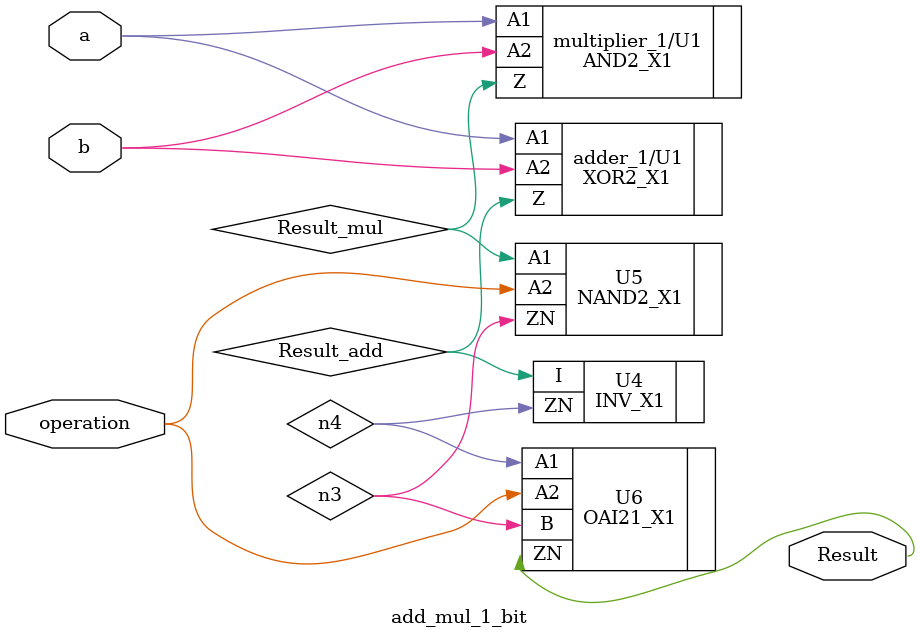
<source format=v>


module add_mul_1_bit ( a, b, operation, Result );
  input a, b, operation;
  output Result;
  wire   Result_add, Result_mul, n3, n4;

  INV_X1 U4 ( .I(Result_add), .ZN(n4) );
  NAND2_X1 U5 ( .A1(Result_mul), .A2(operation), .ZN(n3) );
  OAI21_X1 U6 ( .A1(n4), .A2(operation), .B(n3), .ZN(Result) );
  XOR2_X1 \adder_1/U1  ( .A1(a), .A2(b), .Z(Result_add) );
  AND2_X1 \multiplier_1/U1  ( .A1(a), .A2(b), .Z(Result_mul) );
endmodule


</source>
